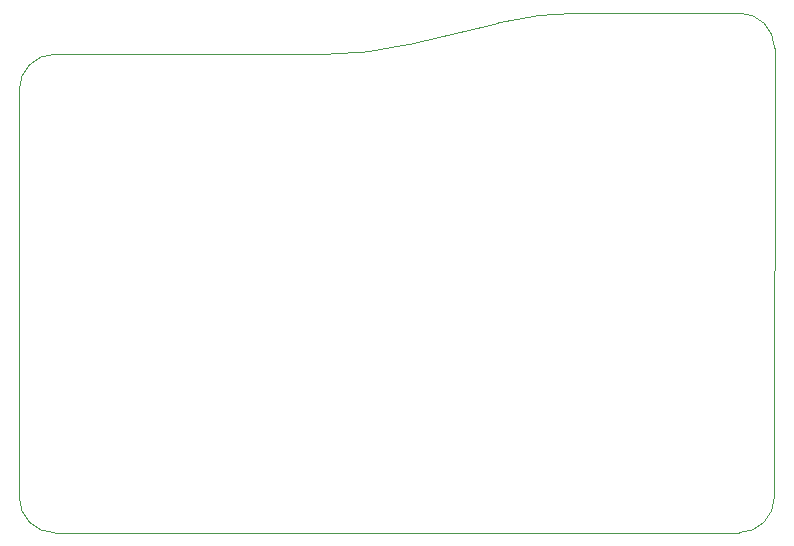
<source format=gbr>
%TF.GenerationSoftware,KiCad,Pcbnew,9.0.1*%
%TF.CreationDate,2025-12-02T23:12:42-05:00*%
%TF.ProjectId,pathfinder,70617468-6669-46e6-9465-722e6b696361,rev?*%
%TF.SameCoordinates,Original*%
%TF.FileFunction,Profile,NP*%
%FSLAX46Y46*%
G04 Gerber Fmt 4.6, Leading zero omitted, Abs format (unit mm)*
G04 Created by KiCad (PCBNEW 9.0.1) date 2025-12-02 23:12:42*
%MOMM*%
%LPD*%
G01*
G04 APERTURE LIST*
%TA.AperFunction,Profile*%
%ADD10C,0.050000*%
%TD*%
G04 APERTURE END LIST*
D10*
X176431812Y-82002046D02*
X176457725Y-44002151D01*
X112500000Y-47500000D02*
G75*
G02*
X115500000Y-44500000I3000000J0D01*
G01*
X153030217Y-41837534D02*
X145469783Y-43662466D01*
X173457726Y-41000000D02*
G75*
G02*
X176457699Y-44002151I-26J-3000000D01*
G01*
X112500000Y-47500000D02*
X112500000Y-82000000D01*
X153030217Y-41837534D02*
G75*
G02*
X160069433Y-40999990I7039283J-29162666D01*
G01*
X115500000Y-85000000D02*
G75*
G02*
X112500000Y-82000000I0J3000000D01*
G01*
X173431813Y-85000000D02*
X115500000Y-85000000D01*
X115500000Y-44500000D02*
X138430567Y-44500000D01*
X160069433Y-41000000D02*
X173457726Y-41000000D01*
X145469783Y-43662466D02*
G75*
G02*
X138430567Y-44500010I-7039283J29162666D01*
G01*
X176431812Y-82002046D02*
G75*
G02*
X173431813Y-85000013I-3000012J2046D01*
G01*
M02*

</source>
